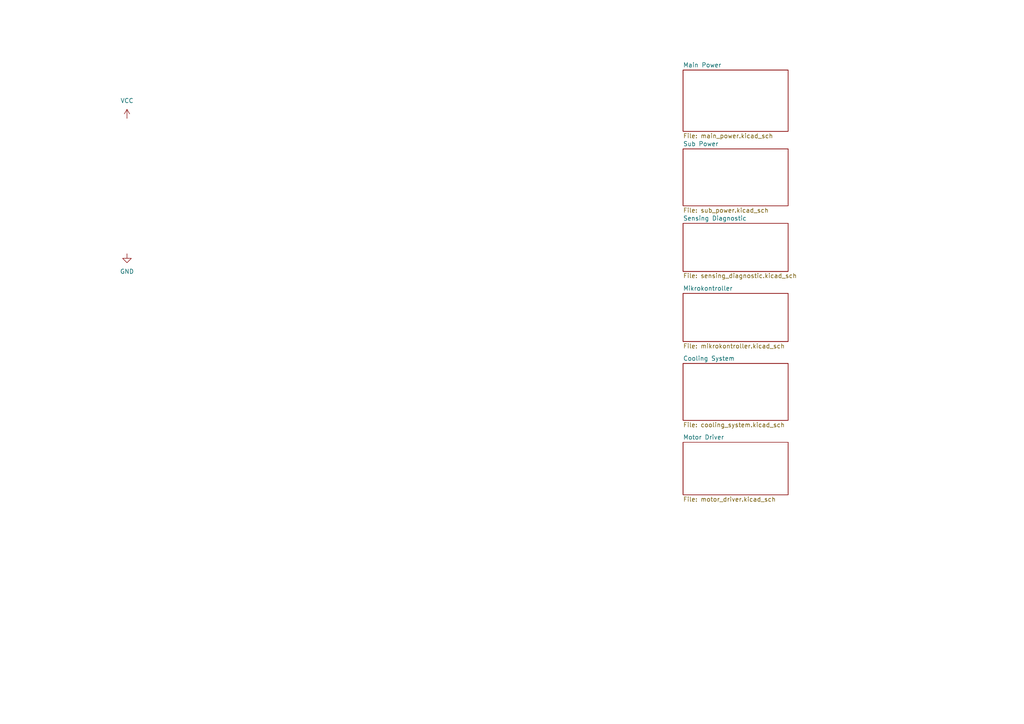
<source format=kicad_sch>
(kicad_sch (version 20250114) (generator "eeschema") (generator_version "9.0")
  (paper "A4")
  (lib_symbols
    (symbol "power:GND" (power) (pin_numbers (hide yes)) (pin_names (offset 0) (hide yes))
      (property "Value" "GND" (at 0 -3.81 0))
      (symbol "GND_0_1"
        (polyline (pts (xy 0 0) (xy 0 -1.27) (xy 1.27 -1.27) (xy 0 -2.54) (xy -1.27 -1.27) (xy 0 -1.27)))
      )
      (symbol "GND_1_1"
        (pin power_in line (at 0 0 270) (length 0) (name "~") (number "1"))
      )
    )
    (symbol "power:VCC" (power) (pin_numbers (hide yes)) (pin_names (offset 0) (hide yes))
      (property "Value" "VCC" (at 0 3.556 0))
      (symbol "VCC_0_1"
        (polyline (pts (xy -0.762 1.27) (xy 0 2.54)))
        (polyline (pts (xy 0 2.54) (xy 0.762 1.27)))
        (polyline (pts (xy 0 0) (xy 0 2.54)))
      )
      (symbol "VCC_1_1"
        (pin power_in line (at 0 0 90) (length 0) (name "~") (number "1"))
      )
    )
  )
  (symbol (lib_id "power:VCC") (at 36.83 34.29 0) (unit 1)
    (property "Reference" "#PWR01" (effects (hide yes)))
    (property "Value" "VCC" (at 36.83 29.21 0))
    (property "Description" "Power symbol creates a global label with name \"VCC\"" (effects (hide yes)))
  )
  (symbol (lib_id "power:GND") (at 36.83 73.66 0) (unit 1)
    (property "Reference" "#PWR02" (effects (hide yes)))
    (property "Value" "GND" (at 36.83 78.74 0))
    (property "Description" "Power symbol creates a global label with name \"GND\" , ground" (effects (hide yes)))
  )
  (sheet (at 198.12 64.77) (size 30.48 13.97) (stroke (width 0.1524))
    (property "Sheetname" "Sensing Diagnostic" (at 198.12 64.0584 0) (effects (justify left bottom)))
    (property "Sheetfile" "sensing_diagnostic.kicad_sch" (at 198.12 79.248 0) (effects (justify left top)))
  )
  (sheet (at 198.12 128.27) (size 30.48 15.24) (stroke (width 0.1524))
    (property "Sheetname" "Motor Driver" (at 198.12 127.5584 0) (effects (justify left bottom)))
    (property "Sheetfile" "motor_driver.kicad_sch" (at 198.12 144.0946 0) (effects (justify left top)))
  )
  (sheet (at 198.12 105.41) (size 30.48 16.51) (stroke (width 0.1524))
    (property "Sheetname" "Cooling System" (at 198.12 104.6984 0) (effects (justify left bottom)))
    (property "Sheetfile" "cooling_system.kicad_sch" (at 198.12 122.5046 0) (effects (justify left top)))
  )
  (sheet (at 198.12 43.18) (size 30.48 16.51) (stroke (width 0.1524))
    (property "Sheetname" "Sub Power" (at 198.12 42.4684 0) (effects (justify left bottom)))
    (property "Sheetfile" "sub_power.kicad_sch" (at 198.12 60.2746 0) (effects (justify left top)))
  )
  (sheet (at 198.12 85.09) (size 30.48 13.97) (stroke (width 0.1524))
    (property "Sheetname" "Mikrokontroller" (at 198.12 84.3784 0) (effects (justify left bottom)))
    (property "Sheetfile" "mikrokontroller.kicad_sch" (at 198.12 99.6446 0) (effects (justify left top)))
  )
  (sheet (at 198.12 20.32) (size 30.48 17.78) (stroke (width 0.1524))
    (property "Sheetname" "Main Power" (at 198.12 19.6084 0) (effects (justify left bottom)))
    (property "Sheetfile" "main_power.kicad_sch" (at 198.12 38.6846 0) (effects (justify left top)))
  )
)
</source>
